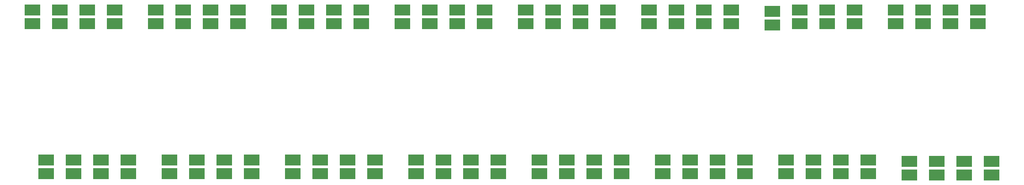
<source format=gbp>
G04 MADE WITH FRITZING*
G04 WWW.FRITZING.ORG*
G04 DOUBLE SIDED*
G04 HOLES PLATED*
G04 CONTOUR ON CENTER OF CONTOUR VECTOR*
%ASAXBY*%
%FSLAX23Y23*%
%MOIN*%
%OFA0B0*%
%SFA1.0B1.0*%
%ADD10R,0.118110X0.078740*%
%LNPASTEMASK0*%
G90*
G70*
G54D10*
X3757Y1754D03*
X157Y1754D03*
X1057Y1754D03*
X1957Y1754D03*
X2857Y1754D03*
X3757Y1654D03*
X157Y1654D03*
X1057Y1654D03*
X1957Y1654D03*
X2857Y1654D03*
X4357Y1654D03*
X757Y1654D03*
X1657Y1654D03*
X2557Y1654D03*
X3457Y1654D03*
X4157Y1754D03*
X557Y1754D03*
X1457Y1754D03*
X2357Y1754D03*
X3257Y1754D03*
X4357Y1754D03*
X757Y1754D03*
X1657Y1754D03*
X2557Y1754D03*
X3457Y1754D03*
X3957Y1754D03*
X357Y1754D03*
X1257Y1754D03*
X2157Y1754D03*
X3057Y1754D03*
X3957Y1654D03*
X357Y1654D03*
X1257Y1654D03*
X3057Y1654D03*
X2157Y1654D03*
X4157Y1654D03*
X557Y1654D03*
X1457Y1654D03*
X2357Y1654D03*
X3257Y1654D03*
X4657Y1754D03*
X4657Y1654D03*
X5257Y1654D03*
X5057Y1754D03*
X5257Y1754D03*
X4857Y1754D03*
X4857Y1654D03*
X5057Y1654D03*
X5557Y1741D03*
X5557Y1641D03*
X6157Y1654D03*
X5957Y1754D03*
X6157Y1754D03*
X5757Y1754D03*
X5757Y1654D03*
X5957Y1654D03*
X6457Y1754D03*
X6457Y1654D03*
X7057Y1654D03*
X6857Y1754D03*
X7057Y1754D03*
X6657Y1754D03*
X6657Y1654D03*
X6857Y1654D03*
X6757Y541D03*
X7157Y541D03*
X6757Y641D03*
X7157Y641D03*
X6957Y641D03*
X6957Y541D03*
X6557Y541D03*
X6557Y641D03*
X5857Y554D03*
X6257Y554D03*
X5857Y654D03*
X6257Y654D03*
X6057Y654D03*
X6057Y554D03*
X5657Y554D03*
X5657Y654D03*
X4957Y554D03*
X5357Y554D03*
X4957Y654D03*
X5357Y654D03*
X5157Y654D03*
X5157Y554D03*
X4757Y554D03*
X4757Y654D03*
X4457Y654D03*
X857Y654D03*
X1757Y654D03*
X2657Y654D03*
X3557Y654D03*
X4457Y554D03*
X857Y554D03*
X1757Y554D03*
X2657Y554D03*
X3557Y554D03*
X4257Y554D03*
X657Y554D03*
X1557Y554D03*
X2457Y554D03*
X3357Y554D03*
X4257Y654D03*
X657Y654D03*
X1557Y654D03*
X2457Y654D03*
X3357Y654D03*
X4057Y554D03*
X457Y554D03*
X1357Y554D03*
X3157Y554D03*
X2257Y554D03*
X4057Y654D03*
X457Y654D03*
X1357Y654D03*
X2257Y654D03*
X3157Y654D03*
X3857Y554D03*
X257Y554D03*
X1157Y554D03*
X2057Y554D03*
X2957Y554D03*
X3857Y654D03*
X257Y654D03*
X1157Y654D03*
X2057Y654D03*
X2957Y654D03*
G04 End of PasteMask0*
M02*
</source>
